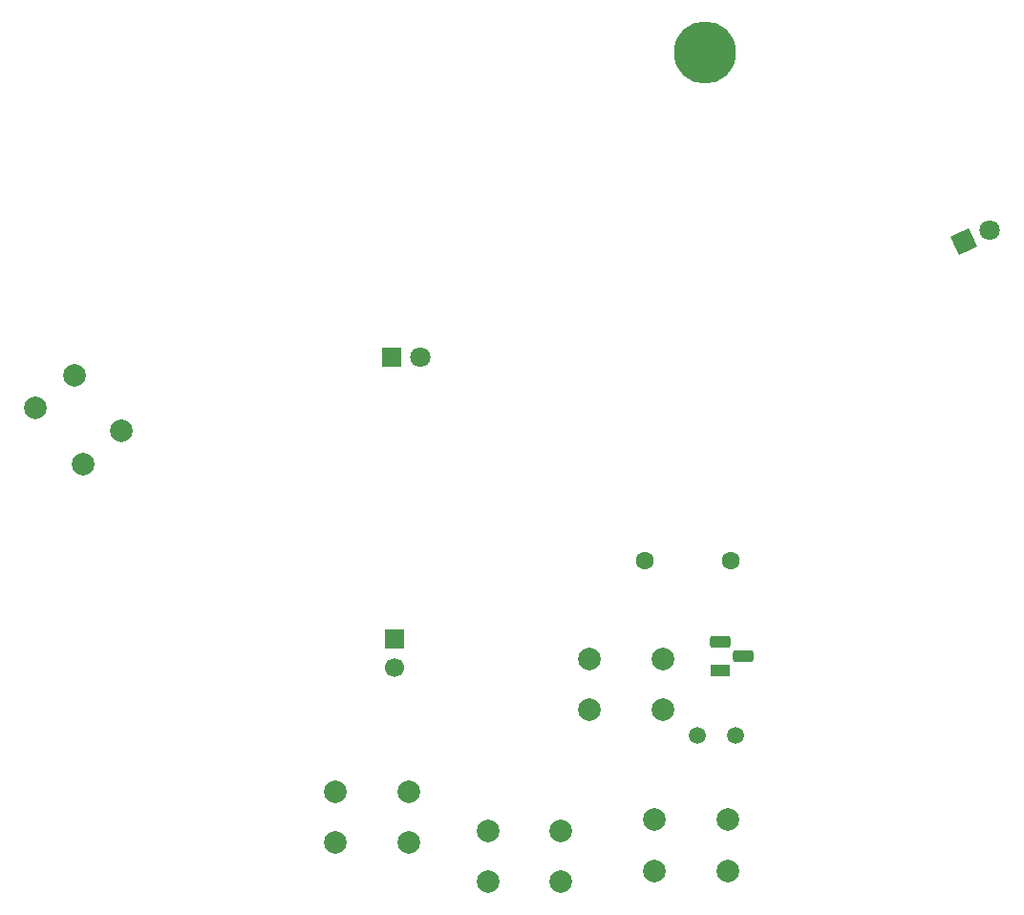
<source format=gbr>
%TF.GenerationSoftware,KiCad,Pcbnew,9.0.2*%
%TF.CreationDate,2025-05-31T16:49:14-04:00*%
%TF.ProjectId,shinx,7368696e-782e-46b6-9963-61645f706362,rev?*%
%TF.SameCoordinates,Original*%
%TF.FileFunction,Copper,L1,Top*%
%TF.FilePolarity,Positive*%
%FSLAX46Y46*%
G04 Gerber Fmt 4.6, Leading zero omitted, Abs format (unit mm)*
G04 Created by KiCad (PCBNEW 9.0.2) date 2025-05-31 16:49:14*
%MOMM*%
%LPD*%
G01*
G04 APERTURE LIST*
G04 Aperture macros list*
%AMRoundRect*
0 Rectangle with rounded corners*
0 $1 Rounding radius*
0 $2 $3 $4 $5 $6 $7 $8 $9 X,Y pos of 4 corners*
0 Add a 4 corners polygon primitive as box body*
4,1,4,$2,$3,$4,$5,$6,$7,$8,$9,$2,$3,0*
0 Add four circle primitives for the rounded corners*
1,1,$1+$1,$2,$3*
1,1,$1+$1,$4,$5*
1,1,$1+$1,$6,$7*
1,1,$1+$1,$8,$9*
0 Add four rect primitives between the rounded corners*
20,1,$1+$1,$2,$3,$4,$5,0*
20,1,$1+$1,$4,$5,$6,$7,0*
20,1,$1+$1,$6,$7,$8,$9,0*
20,1,$1+$1,$8,$9,$2,$3,0*%
%AMRotRect*
0 Rectangle, with rotation*
0 The origin of the aperture is its center*
0 $1 length*
0 $2 width*
0 $3 Rotation angle, in degrees counterclockwise*
0 Add horizontal line*
21,1,$1,$2,0,0,$3*%
G04 Aperture macros list end*
%TA.AperFunction,ComponentPad*%
%ADD10C,2.000000*%
%TD*%
%TA.AperFunction,ComponentPad*%
%ADD11RotRect,1.800000X1.800000X25.000000*%
%TD*%
%TA.AperFunction,ComponentPad*%
%ADD12C,1.800000*%
%TD*%
%TA.AperFunction,ComponentPad*%
%ADD13R,1.800000X1.800000*%
%TD*%
%TA.AperFunction,ComponentPad*%
%ADD14R,1.800000X1.100000*%
%TD*%
%TA.AperFunction,ComponentPad*%
%ADD15RoundRect,0.275000X0.625000X-0.275000X0.625000X0.275000X-0.625000X0.275000X-0.625000X-0.275000X0*%
%TD*%
%TA.AperFunction,ComponentPad*%
%ADD16C,1.600000*%
%TD*%
%TA.AperFunction,ComponentPad*%
%ADD17R,1.700000X1.700000*%
%TD*%
%TA.AperFunction,ComponentPad*%
%ADD18C,1.700000*%
%TD*%
%TA.AperFunction,ComponentPad*%
%ADD19C,1.500000*%
%TD*%
%TA.AperFunction,ViaPad*%
%ADD20C,5.500000*%
%TD*%
G04 APERTURE END LIST*
D10*
%TO.P,SW1,1,1*%
%TO.N,Net-(BT1-+)*%
X157750000Y-112250000D03*
X164250000Y-112250000D03*
%TO.P,SW1,2,2*%
%TO.N,Net-(Q1-C)*%
X157750000Y-116750000D03*
X164250000Y-116750000D03*
%TD*%
D11*
%TO.P,D2,1,K*%
%TO.N,Net-(D1-K)*%
X190960000Y-75270000D03*
D12*
%TO.P,D2,2,A*%
%TO.N,Net-(D1-A)*%
X193262023Y-74196550D03*
%TD*%
D13*
%TO.P,D1,1,K*%
%TO.N,Net-(D1-K)*%
X140225000Y-85500000D03*
D12*
%TO.P,D1,2,A*%
%TO.N,Net-(D1-A)*%
X142765000Y-85500000D03*
%TD*%
D10*
%TO.P,SW2,1,1*%
%TO.N,Net-(BT1-+)*%
X108687340Y-89956628D03*
X112865459Y-94935917D03*
%TO.P,SW2,2,2*%
%TO.N,Net-(M1-+)*%
X112134540Y-87064084D03*
X116312660Y-92043373D03*
%TD*%
D14*
%TO.P,Q1,1,C*%
%TO.N,Net-(Q1-C)*%
X169330000Y-113270000D03*
D15*
%TO.P,Q1,2,B*%
%TO.N,Net-(Q1-B)*%
X171400000Y-112000000D03*
%TO.P,Q1,3,E*%
%TO.N,Net-(D1-A)*%
X169330000Y-110730000D03*
%TD*%
D10*
%TO.P,SW3,1,1*%
%TO.N,unconnected-(SW3-Pad1)*%
X141750000Y-124000000D03*
X135250000Y-124000000D03*
%TO.P,SW3,2,2*%
%TO.N,unconnected-(SW3-Pad2)*%
X141750000Y-128500000D03*
X135250000Y-128500000D03*
%TD*%
%TO.P,SW4,1,1*%
%TO.N,unconnected-(SW4-Pad1)*%
X155250000Y-127500000D03*
X148750000Y-127500000D03*
%TO.P,SW4,2,2*%
%TO.N,unconnected-(SW4-Pad2)*%
X155250000Y-132000000D03*
X148750000Y-132000000D03*
%TD*%
%TO.P,SW5,1,1*%
%TO.N,unconnected-(SW5-Pad1)*%
X170000000Y-126500000D03*
X163500000Y-126500000D03*
%TO.P,SW5,2,2*%
%TO.N,unconnected-(SW5-Pad2)*%
X170000000Y-131000000D03*
X163500000Y-131000000D03*
%TD*%
D16*
%TO.P,R1,1*%
%TO.N,Net-(BT1--)*%
X170310000Y-103500000D03*
%TO.P,R1,2*%
%TO.N,Net-(D1-K)*%
X162690000Y-103500000D03*
%TD*%
D17*
%TO.P,M1,1,+*%
%TO.N,Net-(M1-+)*%
X140500000Y-110500000D03*
D18*
%TO.P,M1,2,-*%
%TO.N,Net-(D1-K)*%
X140500000Y-113040000D03*
%TD*%
D19*
%TO.P,R3,1*%
%TO.N,Net-(BT1-+)*%
X170700000Y-119000000D03*
%TO.P,R3,2*%
%TO.N,Net-(Q1-B)*%
X167300000Y-119000000D03*
%TD*%
D20*
%TO.N,*%
X168000000Y-58500000D03*
%TD*%
M02*

</source>
